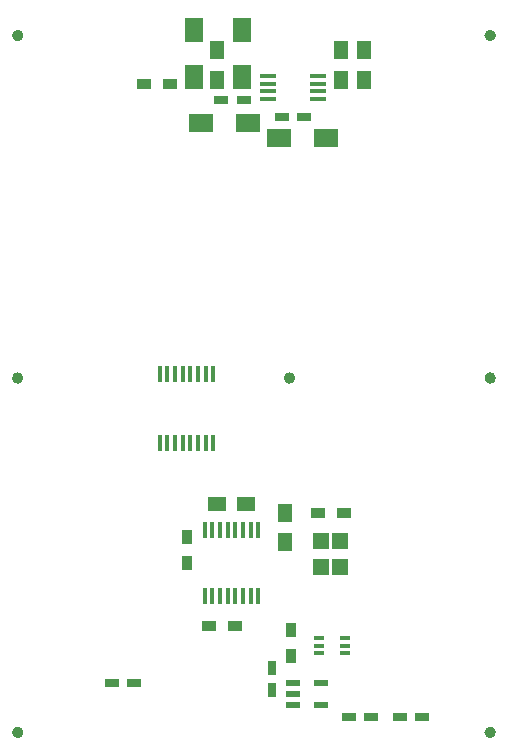
<source format=gtp>
G04 #@! TF.GenerationSoftware,KiCad,Pcbnew,(5.1.6-0-10_14)*
G04 #@! TF.CreationDate,2021-04-28T04:51:18+09:00*
G04 #@! TF.ProjectId,qPCR-panel_20210427,71504352-2d70-4616-9e65-6c5f32303231,rev?*
G04 #@! TF.SameCoordinates,Original*
G04 #@! TF.FileFunction,Paste,Top*
G04 #@! TF.FilePolarity,Positive*
%FSLAX46Y46*%
G04 Gerber Fmt 4.6, Leading zero omitted, Abs format (unit mm)*
G04 Created by KiCad (PCBNEW (5.1.6-0-10_14)) date 2021-04-28 04:51:18*
%MOMM*%
%LPD*%
G01*
G04 APERTURE LIST*
%ADD10C,0.475000*%
%ADD11R,1.470000X0.400000*%
%ADD12R,1.250000X1.500000*%
%ADD13R,1.200000X0.750000*%
%ADD14R,2.000000X1.600000*%
%ADD15R,1.600000X2.000000*%
%ADD16R,1.200000X0.900000*%
%ADD17R,0.355600X1.473200*%
%ADD18R,1.500000X1.250000*%
%ADD19R,0.750000X1.200000*%
%ADD20R,0.900000X1.200000*%
%ADD21R,1.270000X0.508000*%
%ADD22R,0.850001X0.399999*%
%ADD23R,1.400000X1.400000*%
G04 APERTURE END LIST*
D10*
X136237500Y-67000000D02*
G75*
G03*
X136237500Y-67000000I-237500J0D01*
G01*
X119237500Y-96000000D02*
G75*
G03*
X119237500Y-96000000I-237500J0D01*
G01*
X136237500Y-96000000D02*
G75*
G03*
X136237500Y-96000000I-237500J0D01*
G01*
X136237500Y-126000000D02*
G75*
G03*
X136237500Y-126000000I-237500J0D01*
G01*
X96237500Y-126000000D02*
G75*
G03*
X96237500Y-126000000I-237500J0D01*
G01*
X96237500Y-96000000D02*
G75*
G03*
X96237500Y-96000000I-237500J0D01*
G01*
X96237500Y-67000000D02*
G75*
G03*
X96237500Y-67000000I-237500J0D01*
G01*
D11*
X121450000Y-72375000D03*
X121450000Y-71725000D03*
X121450000Y-71075000D03*
X121450000Y-70425000D03*
X117150000Y-70425000D03*
X117150000Y-71075000D03*
X117150000Y-71725000D03*
X117150000Y-72375000D03*
D12*
X125300000Y-68250000D03*
X125300000Y-70750000D03*
X123400000Y-70750000D03*
X123400000Y-68250000D03*
D13*
X118350000Y-73900000D03*
X120250000Y-73900000D03*
D14*
X118100000Y-75700000D03*
X122100000Y-75700000D03*
D13*
X115150000Y-72500000D03*
X113250000Y-72500000D03*
D14*
X115500000Y-74400000D03*
X111500000Y-74400000D03*
D15*
X110900000Y-66500000D03*
X110900000Y-70500000D03*
D12*
X112900000Y-68250000D03*
X112900000Y-70750000D03*
D15*
X115000000Y-70500000D03*
X115000000Y-66500000D03*
D16*
X106700000Y-71100000D03*
X108900000Y-71100000D03*
D17*
X112574999Y-101481000D03*
X111924998Y-101481000D03*
X111274999Y-101481000D03*
X110624998Y-101481000D03*
X109974999Y-101481000D03*
X109325001Y-101481000D03*
X108674999Y-101481000D03*
X108025001Y-101481000D03*
X108025001Y-95639000D03*
X108675002Y-95639000D03*
X109325001Y-95639000D03*
X109975002Y-95639000D03*
X110625001Y-95639000D03*
X111274999Y-95639000D03*
X111925001Y-95639000D03*
X112574999Y-95639000D03*
D18*
X115350000Y-106660000D03*
X112850000Y-106660000D03*
D13*
X130250000Y-124660000D03*
X128350000Y-124660000D03*
X103950000Y-121860000D03*
X105850000Y-121860000D03*
X125950000Y-124660000D03*
X124050000Y-124660000D03*
D19*
X117500000Y-120510000D03*
X117500000Y-122410000D03*
D20*
X110300000Y-111660000D03*
X110300000Y-109460000D03*
D16*
X112200000Y-116960000D03*
X114400000Y-116960000D03*
X123600000Y-107460000D03*
X121400000Y-107460000D03*
D17*
X116374999Y-114479400D03*
X115724998Y-114479400D03*
X115074999Y-114479400D03*
X114424998Y-114479400D03*
X113774999Y-114479400D03*
X113125001Y-114479400D03*
X112474999Y-114479400D03*
X111825001Y-114479400D03*
X111825001Y-108840600D03*
X112475002Y-108840600D03*
X113125001Y-108840600D03*
X113775002Y-108840600D03*
X114425001Y-108840600D03*
X115074999Y-108840600D03*
X115725001Y-108840600D03*
X116374999Y-108840600D03*
D12*
X118600000Y-109910000D03*
X118600000Y-107410000D03*
D21*
X121719200Y-121809999D03*
X121719200Y-123710001D03*
X119280800Y-123710001D03*
X119280800Y-122760000D03*
X119280800Y-121809999D03*
D22*
X121475001Y-118009999D03*
X121475001Y-118660000D03*
X121475001Y-119309999D03*
X123725002Y-119309999D03*
X123725002Y-118660000D03*
X123725002Y-118009999D03*
D23*
X121700000Y-109760000D03*
X121700000Y-111960000D03*
X123300000Y-111960000D03*
X123300000Y-109760000D03*
D20*
X119100000Y-119560000D03*
X119100000Y-117360000D03*
M02*

</source>
